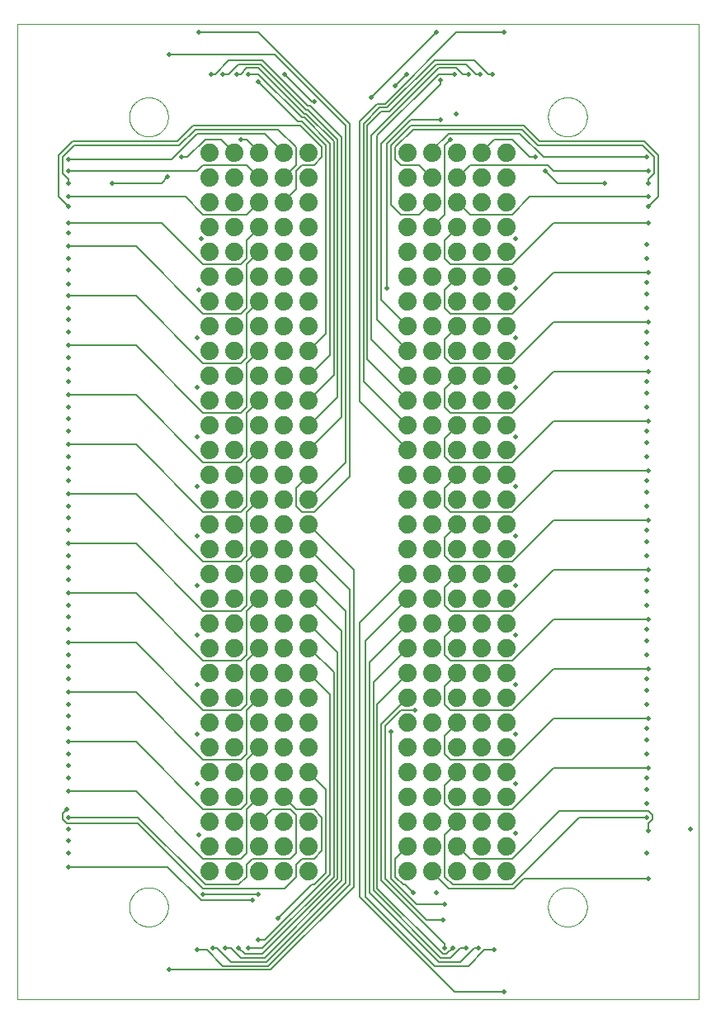
<source format=gtl>
G75*
%MOIN*%
%OFA0B0*%
%FSLAX25Y25*%
%IPPOS*%
%LPD*%
%AMOC8*
5,1,8,0,0,1.08239X$1,22.5*
%
%ADD10C,0.00000*%
%ADD11C,0.07400*%
%ADD12C,0.00800*%
%ADD13C,0.02000*%
D10*
X0001000Y0001850D02*
X0001000Y0395551D01*
X0276591Y0395551D01*
X0276591Y0001850D01*
X0001000Y0001850D01*
X0046276Y0039252D02*
X0046278Y0039445D01*
X0046285Y0039638D01*
X0046297Y0039831D01*
X0046314Y0040024D01*
X0046335Y0040216D01*
X0046361Y0040407D01*
X0046392Y0040598D01*
X0046427Y0040788D01*
X0046467Y0040977D01*
X0046512Y0041165D01*
X0046561Y0041352D01*
X0046615Y0041538D01*
X0046673Y0041722D01*
X0046736Y0041905D01*
X0046804Y0042086D01*
X0046875Y0042265D01*
X0046952Y0042443D01*
X0047032Y0042619D01*
X0047117Y0042792D01*
X0047206Y0042964D01*
X0047299Y0043133D01*
X0047396Y0043300D01*
X0047498Y0043465D01*
X0047603Y0043627D01*
X0047712Y0043786D01*
X0047826Y0043943D01*
X0047943Y0044096D01*
X0048063Y0044247D01*
X0048188Y0044395D01*
X0048316Y0044540D01*
X0048447Y0044681D01*
X0048582Y0044820D01*
X0048721Y0044955D01*
X0048862Y0045086D01*
X0049007Y0045214D01*
X0049155Y0045339D01*
X0049306Y0045459D01*
X0049459Y0045576D01*
X0049616Y0045690D01*
X0049775Y0045799D01*
X0049937Y0045904D01*
X0050102Y0046006D01*
X0050269Y0046103D01*
X0050438Y0046196D01*
X0050610Y0046285D01*
X0050783Y0046370D01*
X0050959Y0046450D01*
X0051137Y0046527D01*
X0051316Y0046598D01*
X0051497Y0046666D01*
X0051680Y0046729D01*
X0051864Y0046787D01*
X0052050Y0046841D01*
X0052237Y0046890D01*
X0052425Y0046935D01*
X0052614Y0046975D01*
X0052804Y0047010D01*
X0052995Y0047041D01*
X0053186Y0047067D01*
X0053378Y0047088D01*
X0053571Y0047105D01*
X0053764Y0047117D01*
X0053957Y0047124D01*
X0054150Y0047126D01*
X0054343Y0047124D01*
X0054536Y0047117D01*
X0054729Y0047105D01*
X0054922Y0047088D01*
X0055114Y0047067D01*
X0055305Y0047041D01*
X0055496Y0047010D01*
X0055686Y0046975D01*
X0055875Y0046935D01*
X0056063Y0046890D01*
X0056250Y0046841D01*
X0056436Y0046787D01*
X0056620Y0046729D01*
X0056803Y0046666D01*
X0056984Y0046598D01*
X0057163Y0046527D01*
X0057341Y0046450D01*
X0057517Y0046370D01*
X0057690Y0046285D01*
X0057862Y0046196D01*
X0058031Y0046103D01*
X0058198Y0046006D01*
X0058363Y0045904D01*
X0058525Y0045799D01*
X0058684Y0045690D01*
X0058841Y0045576D01*
X0058994Y0045459D01*
X0059145Y0045339D01*
X0059293Y0045214D01*
X0059438Y0045086D01*
X0059579Y0044955D01*
X0059718Y0044820D01*
X0059853Y0044681D01*
X0059984Y0044540D01*
X0060112Y0044395D01*
X0060237Y0044247D01*
X0060357Y0044096D01*
X0060474Y0043943D01*
X0060588Y0043786D01*
X0060697Y0043627D01*
X0060802Y0043465D01*
X0060904Y0043300D01*
X0061001Y0043133D01*
X0061094Y0042964D01*
X0061183Y0042792D01*
X0061268Y0042619D01*
X0061348Y0042443D01*
X0061425Y0042265D01*
X0061496Y0042086D01*
X0061564Y0041905D01*
X0061627Y0041722D01*
X0061685Y0041538D01*
X0061739Y0041352D01*
X0061788Y0041165D01*
X0061833Y0040977D01*
X0061873Y0040788D01*
X0061908Y0040598D01*
X0061939Y0040407D01*
X0061965Y0040216D01*
X0061986Y0040024D01*
X0062003Y0039831D01*
X0062015Y0039638D01*
X0062022Y0039445D01*
X0062024Y0039252D01*
X0062022Y0039059D01*
X0062015Y0038866D01*
X0062003Y0038673D01*
X0061986Y0038480D01*
X0061965Y0038288D01*
X0061939Y0038097D01*
X0061908Y0037906D01*
X0061873Y0037716D01*
X0061833Y0037527D01*
X0061788Y0037339D01*
X0061739Y0037152D01*
X0061685Y0036966D01*
X0061627Y0036782D01*
X0061564Y0036599D01*
X0061496Y0036418D01*
X0061425Y0036239D01*
X0061348Y0036061D01*
X0061268Y0035885D01*
X0061183Y0035712D01*
X0061094Y0035540D01*
X0061001Y0035371D01*
X0060904Y0035204D01*
X0060802Y0035039D01*
X0060697Y0034877D01*
X0060588Y0034718D01*
X0060474Y0034561D01*
X0060357Y0034408D01*
X0060237Y0034257D01*
X0060112Y0034109D01*
X0059984Y0033964D01*
X0059853Y0033823D01*
X0059718Y0033684D01*
X0059579Y0033549D01*
X0059438Y0033418D01*
X0059293Y0033290D01*
X0059145Y0033165D01*
X0058994Y0033045D01*
X0058841Y0032928D01*
X0058684Y0032814D01*
X0058525Y0032705D01*
X0058363Y0032600D01*
X0058198Y0032498D01*
X0058031Y0032401D01*
X0057862Y0032308D01*
X0057690Y0032219D01*
X0057517Y0032134D01*
X0057341Y0032054D01*
X0057163Y0031977D01*
X0056984Y0031906D01*
X0056803Y0031838D01*
X0056620Y0031775D01*
X0056436Y0031717D01*
X0056250Y0031663D01*
X0056063Y0031614D01*
X0055875Y0031569D01*
X0055686Y0031529D01*
X0055496Y0031494D01*
X0055305Y0031463D01*
X0055114Y0031437D01*
X0054922Y0031416D01*
X0054729Y0031399D01*
X0054536Y0031387D01*
X0054343Y0031380D01*
X0054150Y0031378D01*
X0053957Y0031380D01*
X0053764Y0031387D01*
X0053571Y0031399D01*
X0053378Y0031416D01*
X0053186Y0031437D01*
X0052995Y0031463D01*
X0052804Y0031494D01*
X0052614Y0031529D01*
X0052425Y0031569D01*
X0052237Y0031614D01*
X0052050Y0031663D01*
X0051864Y0031717D01*
X0051680Y0031775D01*
X0051497Y0031838D01*
X0051316Y0031906D01*
X0051137Y0031977D01*
X0050959Y0032054D01*
X0050783Y0032134D01*
X0050610Y0032219D01*
X0050438Y0032308D01*
X0050269Y0032401D01*
X0050102Y0032498D01*
X0049937Y0032600D01*
X0049775Y0032705D01*
X0049616Y0032814D01*
X0049459Y0032928D01*
X0049306Y0033045D01*
X0049155Y0033165D01*
X0049007Y0033290D01*
X0048862Y0033418D01*
X0048721Y0033549D01*
X0048582Y0033684D01*
X0048447Y0033823D01*
X0048316Y0033964D01*
X0048188Y0034109D01*
X0048063Y0034257D01*
X0047943Y0034408D01*
X0047826Y0034561D01*
X0047712Y0034718D01*
X0047603Y0034877D01*
X0047498Y0035039D01*
X0047396Y0035204D01*
X0047299Y0035371D01*
X0047206Y0035540D01*
X0047117Y0035712D01*
X0047032Y0035885D01*
X0046952Y0036061D01*
X0046875Y0036239D01*
X0046804Y0036418D01*
X0046736Y0036599D01*
X0046673Y0036782D01*
X0046615Y0036966D01*
X0046561Y0037152D01*
X0046512Y0037339D01*
X0046467Y0037527D01*
X0046427Y0037716D01*
X0046392Y0037906D01*
X0046361Y0038097D01*
X0046335Y0038288D01*
X0046314Y0038480D01*
X0046297Y0038673D01*
X0046285Y0038866D01*
X0046278Y0039059D01*
X0046276Y0039252D01*
X0215567Y0039252D02*
X0215569Y0039445D01*
X0215576Y0039638D01*
X0215588Y0039831D01*
X0215605Y0040024D01*
X0215626Y0040216D01*
X0215652Y0040407D01*
X0215683Y0040598D01*
X0215718Y0040788D01*
X0215758Y0040977D01*
X0215803Y0041165D01*
X0215852Y0041352D01*
X0215906Y0041538D01*
X0215964Y0041722D01*
X0216027Y0041905D01*
X0216095Y0042086D01*
X0216166Y0042265D01*
X0216243Y0042443D01*
X0216323Y0042619D01*
X0216408Y0042792D01*
X0216497Y0042964D01*
X0216590Y0043133D01*
X0216687Y0043300D01*
X0216789Y0043465D01*
X0216894Y0043627D01*
X0217003Y0043786D01*
X0217117Y0043943D01*
X0217234Y0044096D01*
X0217354Y0044247D01*
X0217479Y0044395D01*
X0217607Y0044540D01*
X0217738Y0044681D01*
X0217873Y0044820D01*
X0218012Y0044955D01*
X0218153Y0045086D01*
X0218298Y0045214D01*
X0218446Y0045339D01*
X0218597Y0045459D01*
X0218750Y0045576D01*
X0218907Y0045690D01*
X0219066Y0045799D01*
X0219228Y0045904D01*
X0219393Y0046006D01*
X0219560Y0046103D01*
X0219729Y0046196D01*
X0219901Y0046285D01*
X0220074Y0046370D01*
X0220250Y0046450D01*
X0220428Y0046527D01*
X0220607Y0046598D01*
X0220788Y0046666D01*
X0220971Y0046729D01*
X0221155Y0046787D01*
X0221341Y0046841D01*
X0221528Y0046890D01*
X0221716Y0046935D01*
X0221905Y0046975D01*
X0222095Y0047010D01*
X0222286Y0047041D01*
X0222477Y0047067D01*
X0222669Y0047088D01*
X0222862Y0047105D01*
X0223055Y0047117D01*
X0223248Y0047124D01*
X0223441Y0047126D01*
X0223634Y0047124D01*
X0223827Y0047117D01*
X0224020Y0047105D01*
X0224213Y0047088D01*
X0224405Y0047067D01*
X0224596Y0047041D01*
X0224787Y0047010D01*
X0224977Y0046975D01*
X0225166Y0046935D01*
X0225354Y0046890D01*
X0225541Y0046841D01*
X0225727Y0046787D01*
X0225911Y0046729D01*
X0226094Y0046666D01*
X0226275Y0046598D01*
X0226454Y0046527D01*
X0226632Y0046450D01*
X0226808Y0046370D01*
X0226981Y0046285D01*
X0227153Y0046196D01*
X0227322Y0046103D01*
X0227489Y0046006D01*
X0227654Y0045904D01*
X0227816Y0045799D01*
X0227975Y0045690D01*
X0228132Y0045576D01*
X0228285Y0045459D01*
X0228436Y0045339D01*
X0228584Y0045214D01*
X0228729Y0045086D01*
X0228870Y0044955D01*
X0229009Y0044820D01*
X0229144Y0044681D01*
X0229275Y0044540D01*
X0229403Y0044395D01*
X0229528Y0044247D01*
X0229648Y0044096D01*
X0229765Y0043943D01*
X0229879Y0043786D01*
X0229988Y0043627D01*
X0230093Y0043465D01*
X0230195Y0043300D01*
X0230292Y0043133D01*
X0230385Y0042964D01*
X0230474Y0042792D01*
X0230559Y0042619D01*
X0230639Y0042443D01*
X0230716Y0042265D01*
X0230787Y0042086D01*
X0230855Y0041905D01*
X0230918Y0041722D01*
X0230976Y0041538D01*
X0231030Y0041352D01*
X0231079Y0041165D01*
X0231124Y0040977D01*
X0231164Y0040788D01*
X0231199Y0040598D01*
X0231230Y0040407D01*
X0231256Y0040216D01*
X0231277Y0040024D01*
X0231294Y0039831D01*
X0231306Y0039638D01*
X0231313Y0039445D01*
X0231315Y0039252D01*
X0231313Y0039059D01*
X0231306Y0038866D01*
X0231294Y0038673D01*
X0231277Y0038480D01*
X0231256Y0038288D01*
X0231230Y0038097D01*
X0231199Y0037906D01*
X0231164Y0037716D01*
X0231124Y0037527D01*
X0231079Y0037339D01*
X0231030Y0037152D01*
X0230976Y0036966D01*
X0230918Y0036782D01*
X0230855Y0036599D01*
X0230787Y0036418D01*
X0230716Y0036239D01*
X0230639Y0036061D01*
X0230559Y0035885D01*
X0230474Y0035712D01*
X0230385Y0035540D01*
X0230292Y0035371D01*
X0230195Y0035204D01*
X0230093Y0035039D01*
X0229988Y0034877D01*
X0229879Y0034718D01*
X0229765Y0034561D01*
X0229648Y0034408D01*
X0229528Y0034257D01*
X0229403Y0034109D01*
X0229275Y0033964D01*
X0229144Y0033823D01*
X0229009Y0033684D01*
X0228870Y0033549D01*
X0228729Y0033418D01*
X0228584Y0033290D01*
X0228436Y0033165D01*
X0228285Y0033045D01*
X0228132Y0032928D01*
X0227975Y0032814D01*
X0227816Y0032705D01*
X0227654Y0032600D01*
X0227489Y0032498D01*
X0227322Y0032401D01*
X0227153Y0032308D01*
X0226981Y0032219D01*
X0226808Y0032134D01*
X0226632Y0032054D01*
X0226454Y0031977D01*
X0226275Y0031906D01*
X0226094Y0031838D01*
X0225911Y0031775D01*
X0225727Y0031717D01*
X0225541Y0031663D01*
X0225354Y0031614D01*
X0225166Y0031569D01*
X0224977Y0031529D01*
X0224787Y0031494D01*
X0224596Y0031463D01*
X0224405Y0031437D01*
X0224213Y0031416D01*
X0224020Y0031399D01*
X0223827Y0031387D01*
X0223634Y0031380D01*
X0223441Y0031378D01*
X0223248Y0031380D01*
X0223055Y0031387D01*
X0222862Y0031399D01*
X0222669Y0031416D01*
X0222477Y0031437D01*
X0222286Y0031463D01*
X0222095Y0031494D01*
X0221905Y0031529D01*
X0221716Y0031569D01*
X0221528Y0031614D01*
X0221341Y0031663D01*
X0221155Y0031717D01*
X0220971Y0031775D01*
X0220788Y0031838D01*
X0220607Y0031906D01*
X0220428Y0031977D01*
X0220250Y0032054D01*
X0220074Y0032134D01*
X0219901Y0032219D01*
X0219729Y0032308D01*
X0219560Y0032401D01*
X0219393Y0032498D01*
X0219228Y0032600D01*
X0219066Y0032705D01*
X0218907Y0032814D01*
X0218750Y0032928D01*
X0218597Y0033045D01*
X0218446Y0033165D01*
X0218298Y0033290D01*
X0218153Y0033418D01*
X0218012Y0033549D01*
X0217873Y0033684D01*
X0217738Y0033823D01*
X0217607Y0033964D01*
X0217479Y0034109D01*
X0217354Y0034257D01*
X0217234Y0034408D01*
X0217117Y0034561D01*
X0217003Y0034718D01*
X0216894Y0034877D01*
X0216789Y0035039D01*
X0216687Y0035204D01*
X0216590Y0035371D01*
X0216497Y0035540D01*
X0216408Y0035712D01*
X0216323Y0035885D01*
X0216243Y0036061D01*
X0216166Y0036239D01*
X0216095Y0036418D01*
X0216027Y0036599D01*
X0215964Y0036782D01*
X0215906Y0036966D01*
X0215852Y0037152D01*
X0215803Y0037339D01*
X0215758Y0037527D01*
X0215718Y0037716D01*
X0215683Y0037906D01*
X0215652Y0038097D01*
X0215626Y0038288D01*
X0215605Y0038480D01*
X0215588Y0038673D01*
X0215576Y0038866D01*
X0215569Y0039059D01*
X0215567Y0039252D01*
X0215567Y0358149D02*
X0215569Y0358342D01*
X0215576Y0358535D01*
X0215588Y0358728D01*
X0215605Y0358921D01*
X0215626Y0359113D01*
X0215652Y0359304D01*
X0215683Y0359495D01*
X0215718Y0359685D01*
X0215758Y0359874D01*
X0215803Y0360062D01*
X0215852Y0360249D01*
X0215906Y0360435D01*
X0215964Y0360619D01*
X0216027Y0360802D01*
X0216095Y0360983D01*
X0216166Y0361162D01*
X0216243Y0361340D01*
X0216323Y0361516D01*
X0216408Y0361689D01*
X0216497Y0361861D01*
X0216590Y0362030D01*
X0216687Y0362197D01*
X0216789Y0362362D01*
X0216894Y0362524D01*
X0217003Y0362683D01*
X0217117Y0362840D01*
X0217234Y0362993D01*
X0217354Y0363144D01*
X0217479Y0363292D01*
X0217607Y0363437D01*
X0217738Y0363578D01*
X0217873Y0363717D01*
X0218012Y0363852D01*
X0218153Y0363983D01*
X0218298Y0364111D01*
X0218446Y0364236D01*
X0218597Y0364356D01*
X0218750Y0364473D01*
X0218907Y0364587D01*
X0219066Y0364696D01*
X0219228Y0364801D01*
X0219393Y0364903D01*
X0219560Y0365000D01*
X0219729Y0365093D01*
X0219901Y0365182D01*
X0220074Y0365267D01*
X0220250Y0365347D01*
X0220428Y0365424D01*
X0220607Y0365495D01*
X0220788Y0365563D01*
X0220971Y0365626D01*
X0221155Y0365684D01*
X0221341Y0365738D01*
X0221528Y0365787D01*
X0221716Y0365832D01*
X0221905Y0365872D01*
X0222095Y0365907D01*
X0222286Y0365938D01*
X0222477Y0365964D01*
X0222669Y0365985D01*
X0222862Y0366002D01*
X0223055Y0366014D01*
X0223248Y0366021D01*
X0223441Y0366023D01*
X0223634Y0366021D01*
X0223827Y0366014D01*
X0224020Y0366002D01*
X0224213Y0365985D01*
X0224405Y0365964D01*
X0224596Y0365938D01*
X0224787Y0365907D01*
X0224977Y0365872D01*
X0225166Y0365832D01*
X0225354Y0365787D01*
X0225541Y0365738D01*
X0225727Y0365684D01*
X0225911Y0365626D01*
X0226094Y0365563D01*
X0226275Y0365495D01*
X0226454Y0365424D01*
X0226632Y0365347D01*
X0226808Y0365267D01*
X0226981Y0365182D01*
X0227153Y0365093D01*
X0227322Y0365000D01*
X0227489Y0364903D01*
X0227654Y0364801D01*
X0227816Y0364696D01*
X0227975Y0364587D01*
X0228132Y0364473D01*
X0228285Y0364356D01*
X0228436Y0364236D01*
X0228584Y0364111D01*
X0228729Y0363983D01*
X0228870Y0363852D01*
X0229009Y0363717D01*
X0229144Y0363578D01*
X0229275Y0363437D01*
X0229403Y0363292D01*
X0229528Y0363144D01*
X0229648Y0362993D01*
X0229765Y0362840D01*
X0229879Y0362683D01*
X0229988Y0362524D01*
X0230093Y0362362D01*
X0230195Y0362197D01*
X0230292Y0362030D01*
X0230385Y0361861D01*
X0230474Y0361689D01*
X0230559Y0361516D01*
X0230639Y0361340D01*
X0230716Y0361162D01*
X0230787Y0360983D01*
X0230855Y0360802D01*
X0230918Y0360619D01*
X0230976Y0360435D01*
X0231030Y0360249D01*
X0231079Y0360062D01*
X0231124Y0359874D01*
X0231164Y0359685D01*
X0231199Y0359495D01*
X0231230Y0359304D01*
X0231256Y0359113D01*
X0231277Y0358921D01*
X0231294Y0358728D01*
X0231306Y0358535D01*
X0231313Y0358342D01*
X0231315Y0358149D01*
X0231313Y0357956D01*
X0231306Y0357763D01*
X0231294Y0357570D01*
X0231277Y0357377D01*
X0231256Y0357185D01*
X0231230Y0356994D01*
X0231199Y0356803D01*
X0231164Y0356613D01*
X0231124Y0356424D01*
X0231079Y0356236D01*
X0231030Y0356049D01*
X0230976Y0355863D01*
X0230918Y0355679D01*
X0230855Y0355496D01*
X0230787Y0355315D01*
X0230716Y0355136D01*
X0230639Y0354958D01*
X0230559Y0354782D01*
X0230474Y0354609D01*
X0230385Y0354437D01*
X0230292Y0354268D01*
X0230195Y0354101D01*
X0230093Y0353936D01*
X0229988Y0353774D01*
X0229879Y0353615D01*
X0229765Y0353458D01*
X0229648Y0353305D01*
X0229528Y0353154D01*
X0229403Y0353006D01*
X0229275Y0352861D01*
X0229144Y0352720D01*
X0229009Y0352581D01*
X0228870Y0352446D01*
X0228729Y0352315D01*
X0228584Y0352187D01*
X0228436Y0352062D01*
X0228285Y0351942D01*
X0228132Y0351825D01*
X0227975Y0351711D01*
X0227816Y0351602D01*
X0227654Y0351497D01*
X0227489Y0351395D01*
X0227322Y0351298D01*
X0227153Y0351205D01*
X0226981Y0351116D01*
X0226808Y0351031D01*
X0226632Y0350951D01*
X0226454Y0350874D01*
X0226275Y0350803D01*
X0226094Y0350735D01*
X0225911Y0350672D01*
X0225727Y0350614D01*
X0225541Y0350560D01*
X0225354Y0350511D01*
X0225166Y0350466D01*
X0224977Y0350426D01*
X0224787Y0350391D01*
X0224596Y0350360D01*
X0224405Y0350334D01*
X0224213Y0350313D01*
X0224020Y0350296D01*
X0223827Y0350284D01*
X0223634Y0350277D01*
X0223441Y0350275D01*
X0223248Y0350277D01*
X0223055Y0350284D01*
X0222862Y0350296D01*
X0222669Y0350313D01*
X0222477Y0350334D01*
X0222286Y0350360D01*
X0222095Y0350391D01*
X0221905Y0350426D01*
X0221716Y0350466D01*
X0221528Y0350511D01*
X0221341Y0350560D01*
X0221155Y0350614D01*
X0220971Y0350672D01*
X0220788Y0350735D01*
X0220607Y0350803D01*
X0220428Y0350874D01*
X0220250Y0350951D01*
X0220074Y0351031D01*
X0219901Y0351116D01*
X0219729Y0351205D01*
X0219560Y0351298D01*
X0219393Y0351395D01*
X0219228Y0351497D01*
X0219066Y0351602D01*
X0218907Y0351711D01*
X0218750Y0351825D01*
X0218597Y0351942D01*
X0218446Y0352062D01*
X0218298Y0352187D01*
X0218153Y0352315D01*
X0218012Y0352446D01*
X0217873Y0352581D01*
X0217738Y0352720D01*
X0217607Y0352861D01*
X0217479Y0353006D01*
X0217354Y0353154D01*
X0217234Y0353305D01*
X0217117Y0353458D01*
X0217003Y0353615D01*
X0216894Y0353774D01*
X0216789Y0353936D01*
X0216687Y0354101D01*
X0216590Y0354268D01*
X0216497Y0354437D01*
X0216408Y0354609D01*
X0216323Y0354782D01*
X0216243Y0354958D01*
X0216166Y0355136D01*
X0216095Y0355315D01*
X0216027Y0355496D01*
X0215964Y0355679D01*
X0215906Y0355863D01*
X0215852Y0356049D01*
X0215803Y0356236D01*
X0215758Y0356424D01*
X0215718Y0356613D01*
X0215683Y0356803D01*
X0215652Y0356994D01*
X0215626Y0357185D01*
X0215605Y0357377D01*
X0215588Y0357570D01*
X0215576Y0357763D01*
X0215569Y0357956D01*
X0215567Y0358149D01*
X0046276Y0358149D02*
X0046278Y0358342D01*
X0046285Y0358535D01*
X0046297Y0358728D01*
X0046314Y0358921D01*
X0046335Y0359113D01*
X0046361Y0359304D01*
X0046392Y0359495D01*
X0046427Y0359685D01*
X0046467Y0359874D01*
X0046512Y0360062D01*
X0046561Y0360249D01*
X0046615Y0360435D01*
X0046673Y0360619D01*
X0046736Y0360802D01*
X0046804Y0360983D01*
X0046875Y0361162D01*
X0046952Y0361340D01*
X0047032Y0361516D01*
X0047117Y0361689D01*
X0047206Y0361861D01*
X0047299Y0362030D01*
X0047396Y0362197D01*
X0047498Y0362362D01*
X0047603Y0362524D01*
X0047712Y0362683D01*
X0047826Y0362840D01*
X0047943Y0362993D01*
X0048063Y0363144D01*
X0048188Y0363292D01*
X0048316Y0363437D01*
X0048447Y0363578D01*
X0048582Y0363717D01*
X0048721Y0363852D01*
X0048862Y0363983D01*
X0049007Y0364111D01*
X0049155Y0364236D01*
X0049306Y0364356D01*
X0049459Y0364473D01*
X0049616Y0364587D01*
X0049775Y0364696D01*
X0049937Y0364801D01*
X0050102Y0364903D01*
X0050269Y0365000D01*
X0050438Y0365093D01*
X0050610Y0365182D01*
X0050783Y0365267D01*
X0050959Y0365347D01*
X0051137Y0365424D01*
X0051316Y0365495D01*
X0051497Y0365563D01*
X0051680Y0365626D01*
X0051864Y0365684D01*
X0052050Y0365738D01*
X0052237Y0365787D01*
X0052425Y0365832D01*
X0052614Y0365872D01*
X0052804Y0365907D01*
X0052995Y0365938D01*
X0053186Y0365964D01*
X0053378Y0365985D01*
X0053571Y0366002D01*
X0053764Y0366014D01*
X0053957Y0366021D01*
X0054150Y0366023D01*
X0054343Y0366021D01*
X0054536Y0366014D01*
X0054729Y0366002D01*
X0054922Y0365985D01*
X0055114Y0365964D01*
X0055305Y0365938D01*
X0055496Y0365907D01*
X0055686Y0365872D01*
X0055875Y0365832D01*
X0056063Y0365787D01*
X0056250Y0365738D01*
X0056436Y0365684D01*
X0056620Y0365626D01*
X0056803Y0365563D01*
X0056984Y0365495D01*
X0057163Y0365424D01*
X0057341Y0365347D01*
X0057517Y0365267D01*
X0057690Y0365182D01*
X0057862Y0365093D01*
X0058031Y0365000D01*
X0058198Y0364903D01*
X0058363Y0364801D01*
X0058525Y0364696D01*
X0058684Y0364587D01*
X0058841Y0364473D01*
X0058994Y0364356D01*
X0059145Y0364236D01*
X0059293Y0364111D01*
X0059438Y0363983D01*
X0059579Y0363852D01*
X0059718Y0363717D01*
X0059853Y0363578D01*
X0059984Y0363437D01*
X0060112Y0363292D01*
X0060237Y0363144D01*
X0060357Y0362993D01*
X0060474Y0362840D01*
X0060588Y0362683D01*
X0060697Y0362524D01*
X0060802Y0362362D01*
X0060904Y0362197D01*
X0061001Y0362030D01*
X0061094Y0361861D01*
X0061183Y0361689D01*
X0061268Y0361516D01*
X0061348Y0361340D01*
X0061425Y0361162D01*
X0061496Y0360983D01*
X0061564Y0360802D01*
X0061627Y0360619D01*
X0061685Y0360435D01*
X0061739Y0360249D01*
X0061788Y0360062D01*
X0061833Y0359874D01*
X0061873Y0359685D01*
X0061908Y0359495D01*
X0061939Y0359304D01*
X0061965Y0359113D01*
X0061986Y0358921D01*
X0062003Y0358728D01*
X0062015Y0358535D01*
X0062022Y0358342D01*
X0062024Y0358149D01*
X0062022Y0357956D01*
X0062015Y0357763D01*
X0062003Y0357570D01*
X0061986Y0357377D01*
X0061965Y0357185D01*
X0061939Y0356994D01*
X0061908Y0356803D01*
X0061873Y0356613D01*
X0061833Y0356424D01*
X0061788Y0356236D01*
X0061739Y0356049D01*
X0061685Y0355863D01*
X0061627Y0355679D01*
X0061564Y0355496D01*
X0061496Y0355315D01*
X0061425Y0355136D01*
X0061348Y0354958D01*
X0061268Y0354782D01*
X0061183Y0354609D01*
X0061094Y0354437D01*
X0061001Y0354268D01*
X0060904Y0354101D01*
X0060802Y0353936D01*
X0060697Y0353774D01*
X0060588Y0353615D01*
X0060474Y0353458D01*
X0060357Y0353305D01*
X0060237Y0353154D01*
X0060112Y0353006D01*
X0059984Y0352861D01*
X0059853Y0352720D01*
X0059718Y0352581D01*
X0059579Y0352446D01*
X0059438Y0352315D01*
X0059293Y0352187D01*
X0059145Y0352062D01*
X0058994Y0351942D01*
X0058841Y0351825D01*
X0058684Y0351711D01*
X0058525Y0351602D01*
X0058363Y0351497D01*
X0058198Y0351395D01*
X0058031Y0351298D01*
X0057862Y0351205D01*
X0057690Y0351116D01*
X0057517Y0351031D01*
X0057341Y0350951D01*
X0057163Y0350874D01*
X0056984Y0350803D01*
X0056803Y0350735D01*
X0056620Y0350672D01*
X0056436Y0350614D01*
X0056250Y0350560D01*
X0056063Y0350511D01*
X0055875Y0350466D01*
X0055686Y0350426D01*
X0055496Y0350391D01*
X0055305Y0350360D01*
X0055114Y0350334D01*
X0054922Y0350313D01*
X0054729Y0350296D01*
X0054536Y0350284D01*
X0054343Y0350277D01*
X0054150Y0350275D01*
X0053957Y0350277D01*
X0053764Y0350284D01*
X0053571Y0350296D01*
X0053378Y0350313D01*
X0053186Y0350334D01*
X0052995Y0350360D01*
X0052804Y0350391D01*
X0052614Y0350426D01*
X0052425Y0350466D01*
X0052237Y0350511D01*
X0052050Y0350560D01*
X0051864Y0350614D01*
X0051680Y0350672D01*
X0051497Y0350735D01*
X0051316Y0350803D01*
X0051137Y0350874D01*
X0050959Y0350951D01*
X0050783Y0351031D01*
X0050610Y0351116D01*
X0050438Y0351205D01*
X0050269Y0351298D01*
X0050102Y0351395D01*
X0049937Y0351497D01*
X0049775Y0351602D01*
X0049616Y0351711D01*
X0049459Y0351825D01*
X0049306Y0351942D01*
X0049155Y0352062D01*
X0049007Y0352187D01*
X0048862Y0352315D01*
X0048721Y0352446D01*
X0048582Y0352581D01*
X0048447Y0352720D01*
X0048316Y0352861D01*
X0048188Y0353006D01*
X0048063Y0353154D01*
X0047943Y0353305D01*
X0047826Y0353458D01*
X0047712Y0353615D01*
X0047603Y0353774D01*
X0047498Y0353936D01*
X0047396Y0354101D01*
X0047299Y0354268D01*
X0047206Y0354437D01*
X0047117Y0354609D01*
X0047032Y0354782D01*
X0046952Y0354958D01*
X0046875Y0355136D01*
X0046804Y0355315D01*
X0046736Y0355496D01*
X0046673Y0355679D01*
X0046615Y0355863D01*
X0046561Y0356049D01*
X0046512Y0356236D01*
X0046467Y0356424D01*
X0046427Y0356613D01*
X0046392Y0356803D01*
X0046361Y0356994D01*
X0046335Y0357185D01*
X0046314Y0357377D01*
X0046297Y0357570D01*
X0046285Y0357763D01*
X0046278Y0357956D01*
X0046276Y0358149D01*
D11*
X0078795Y0343700D03*
X0078795Y0333700D03*
X0078795Y0323700D03*
X0078795Y0313700D03*
X0078795Y0303700D03*
X0078795Y0293700D03*
X0078795Y0283700D03*
X0078795Y0273700D03*
X0078795Y0263700D03*
X0078795Y0253700D03*
X0078795Y0243700D03*
X0078795Y0233700D03*
X0078795Y0223700D03*
X0078795Y0213700D03*
X0078795Y0203700D03*
X0078795Y0193700D03*
X0078795Y0183700D03*
X0078795Y0173700D03*
X0078795Y0163700D03*
X0078795Y0153700D03*
X0078795Y0143700D03*
X0078795Y0133700D03*
X0078795Y0123700D03*
X0078795Y0113700D03*
X0078795Y0103700D03*
X0078795Y0093700D03*
X0078795Y0083700D03*
X0078795Y0073700D03*
X0078795Y0063700D03*
X0078795Y0053700D03*
X0088795Y0053700D03*
X0088795Y0063700D03*
X0088795Y0073700D03*
X0088795Y0083700D03*
X0088795Y0093700D03*
X0088795Y0103700D03*
X0088795Y0113700D03*
X0088795Y0123700D03*
X0088795Y0133700D03*
X0088795Y0143700D03*
X0088795Y0153700D03*
X0088795Y0163700D03*
X0088795Y0173700D03*
X0088795Y0183700D03*
X0088795Y0193700D03*
X0088795Y0203700D03*
X0088795Y0213700D03*
X0088795Y0223700D03*
X0088795Y0233700D03*
X0088795Y0243700D03*
X0088795Y0253700D03*
X0088795Y0263700D03*
X0088795Y0273700D03*
X0088795Y0283700D03*
X0088795Y0293700D03*
X0088795Y0303700D03*
X0088795Y0313700D03*
X0088795Y0323700D03*
X0088795Y0333700D03*
X0088795Y0343700D03*
X0098795Y0343700D03*
X0098795Y0333700D03*
X0098795Y0323700D03*
X0098795Y0313700D03*
X0098795Y0303700D03*
X0098795Y0293700D03*
X0098795Y0283700D03*
X0098795Y0273700D03*
X0098795Y0263700D03*
X0098795Y0253700D03*
X0098795Y0243700D03*
X0098795Y0233700D03*
X0098795Y0223700D03*
X0098795Y0213700D03*
X0098795Y0203700D03*
X0098795Y0193700D03*
X0098795Y0183700D03*
X0098795Y0173700D03*
X0098795Y0163700D03*
X0098795Y0153700D03*
X0098795Y0143700D03*
X0098795Y0133700D03*
X0098795Y0123700D03*
X0098795Y0113700D03*
X0098795Y0103700D03*
X0098795Y0093700D03*
X0098795Y0083700D03*
X0098795Y0073700D03*
X0098795Y0063700D03*
X0098795Y0053700D03*
X0108795Y0053700D03*
X0118795Y0053700D03*
X0118795Y0063700D03*
X0118795Y0073700D03*
X0108795Y0073700D03*
X0108795Y0063700D03*
X0108795Y0083700D03*
X0108795Y0093700D03*
X0118795Y0093700D03*
X0118795Y0083700D03*
X0118795Y0103700D03*
X0118795Y0113700D03*
X0108795Y0113700D03*
X0108795Y0103700D03*
X0108795Y0123700D03*
X0108795Y0133700D03*
X0118795Y0133700D03*
X0118795Y0123700D03*
X0118795Y0143700D03*
X0118795Y0153700D03*
X0108795Y0153700D03*
X0108795Y0143700D03*
X0108795Y0163700D03*
X0108795Y0173700D03*
X0118795Y0173700D03*
X0118795Y0163700D03*
X0118795Y0183700D03*
X0118795Y0193700D03*
X0108795Y0193700D03*
X0108795Y0183700D03*
X0108795Y0203700D03*
X0108795Y0213700D03*
X0118795Y0213700D03*
X0118795Y0203700D03*
X0118795Y0223700D03*
X0118795Y0233700D03*
X0108795Y0233700D03*
X0108795Y0223700D03*
X0108795Y0243700D03*
X0108795Y0253700D03*
X0118795Y0253700D03*
X0118795Y0243700D03*
X0118795Y0263700D03*
X0118795Y0273700D03*
X0108795Y0273700D03*
X0108795Y0263700D03*
X0108795Y0283700D03*
X0108795Y0293700D03*
X0118795Y0293700D03*
X0118795Y0283700D03*
X0118795Y0303700D03*
X0118795Y0313700D03*
X0108795Y0313700D03*
X0108795Y0303700D03*
X0108795Y0323700D03*
X0108795Y0333700D03*
X0118795Y0333700D03*
X0118795Y0323700D03*
X0118795Y0343700D03*
X0108795Y0343700D03*
X0158795Y0343700D03*
X0158795Y0333700D03*
X0158795Y0323700D03*
X0158795Y0313700D03*
X0158795Y0303700D03*
X0158795Y0293700D03*
X0158795Y0283700D03*
X0158795Y0273700D03*
X0158795Y0263700D03*
X0158795Y0253700D03*
X0158795Y0243700D03*
X0158795Y0233700D03*
X0158795Y0223700D03*
X0158795Y0213700D03*
X0158795Y0203700D03*
X0158795Y0193700D03*
X0158795Y0183700D03*
X0158795Y0173700D03*
X0158795Y0163700D03*
X0158795Y0153700D03*
X0158795Y0143700D03*
X0158795Y0133700D03*
X0158795Y0123700D03*
X0158795Y0113700D03*
X0158795Y0103700D03*
X0158795Y0093700D03*
X0158795Y0083700D03*
X0158795Y0073700D03*
X0158795Y0063700D03*
X0158795Y0053700D03*
X0168795Y0053700D03*
X0168795Y0063700D03*
X0168795Y0073700D03*
X0168795Y0083700D03*
X0168795Y0093700D03*
X0168795Y0103700D03*
X0168795Y0113700D03*
X0168795Y0123700D03*
X0168795Y0133700D03*
X0168795Y0143700D03*
X0168795Y0153700D03*
X0168795Y0163700D03*
X0168795Y0173700D03*
X0168795Y0183700D03*
X0168795Y0193700D03*
X0168795Y0203700D03*
X0168795Y0213700D03*
X0168795Y0223700D03*
X0168795Y0233700D03*
X0168795Y0243700D03*
X0168795Y0253700D03*
X0168795Y0263700D03*
X0168795Y0273700D03*
X0168795Y0283700D03*
X0168795Y0293700D03*
X0168795Y0303700D03*
X0168795Y0313700D03*
X0168795Y0323700D03*
X0168795Y0333700D03*
X0168795Y0343700D03*
X0178795Y0343700D03*
X0178795Y0333700D03*
X0178795Y0323700D03*
X0178795Y0313700D03*
X0178795Y0303700D03*
X0178795Y0293700D03*
X0178795Y0283700D03*
X0178795Y0273700D03*
X0178795Y0263700D03*
X0178795Y0253700D03*
X0178795Y0243700D03*
X0178795Y0233700D03*
X0178795Y0223700D03*
X0178795Y0213700D03*
X0178795Y0203700D03*
X0178795Y0193700D03*
X0178795Y0183700D03*
X0178795Y0173700D03*
X0178795Y0163700D03*
X0178795Y0153700D03*
X0178795Y0143700D03*
X0178795Y0133700D03*
X0178795Y0123700D03*
X0178795Y0113700D03*
X0178795Y0103700D03*
X0178795Y0093700D03*
X0178795Y0083700D03*
X0178795Y0073700D03*
X0178795Y0063700D03*
X0178795Y0053700D03*
X0188795Y0053700D03*
X0188795Y0063700D03*
X0188795Y0073700D03*
X0188795Y0083700D03*
X0188795Y0093700D03*
X0188795Y0103700D03*
X0188795Y0113700D03*
X0188795Y0123700D03*
X0188795Y0133700D03*
X0188795Y0143700D03*
X0188795Y0153700D03*
X0188795Y0163700D03*
X0188795Y0173700D03*
X0188795Y0183700D03*
X0188795Y0193700D03*
X0188795Y0203700D03*
X0188795Y0213700D03*
X0188795Y0223700D03*
X0188795Y0233700D03*
X0188795Y0243700D03*
X0188795Y0253700D03*
X0188795Y0263700D03*
X0188795Y0273700D03*
X0188795Y0283700D03*
X0188795Y0293700D03*
X0188795Y0303700D03*
X0188795Y0313700D03*
X0188795Y0323700D03*
X0188795Y0333700D03*
X0188795Y0343700D03*
X0198795Y0343700D03*
X0198795Y0333700D03*
X0198795Y0323700D03*
X0198795Y0313700D03*
X0198795Y0303700D03*
X0198795Y0293700D03*
X0198795Y0283700D03*
X0198795Y0273700D03*
X0198795Y0263700D03*
X0198795Y0253700D03*
X0198795Y0243700D03*
X0198795Y0233700D03*
X0198795Y0223700D03*
X0198795Y0213700D03*
X0198795Y0203700D03*
X0198795Y0193700D03*
X0198795Y0183700D03*
X0198795Y0173700D03*
X0198795Y0163700D03*
X0198795Y0153700D03*
X0198795Y0143700D03*
X0198795Y0133700D03*
X0198795Y0123700D03*
X0198795Y0113700D03*
X0198795Y0103700D03*
X0198795Y0093700D03*
X0198795Y0083700D03*
X0198795Y0073700D03*
X0198795Y0063700D03*
X0198795Y0053700D03*
D12*
X0201000Y0058650D02*
X0184200Y0058650D01*
X0179400Y0063450D01*
X0178795Y0063700D01*
X0173800Y0068250D02*
X0178600Y0073050D01*
X0178795Y0073700D01*
X0176200Y0078650D02*
X0173800Y0081050D01*
X0173800Y0088250D01*
X0178600Y0093050D01*
X0178795Y0093700D01*
X0176200Y0098650D02*
X0173800Y0101050D01*
X0173800Y0108250D01*
X0178600Y0113050D01*
X0178795Y0113700D01*
X0176200Y0118650D02*
X0173800Y0121050D01*
X0173800Y0128250D01*
X0178600Y0133050D01*
X0178795Y0133700D01*
X0176200Y0138650D02*
X0173800Y0141050D01*
X0173800Y0148250D01*
X0178600Y0153050D01*
X0178795Y0153700D01*
X0176200Y0158650D02*
X0173800Y0161050D01*
X0173800Y0168250D01*
X0178600Y0173050D01*
X0178795Y0173700D01*
X0176200Y0178650D02*
X0173800Y0181050D01*
X0173800Y0188250D01*
X0178600Y0193050D01*
X0178795Y0193700D01*
X0176200Y0198650D02*
X0173800Y0201050D01*
X0173800Y0208250D01*
X0178600Y0213050D01*
X0178795Y0213700D01*
X0176200Y0218650D02*
X0173800Y0221050D01*
X0173800Y0228250D01*
X0178600Y0233050D01*
X0178795Y0233700D01*
X0176200Y0238650D02*
X0173800Y0241050D01*
X0173800Y0248250D01*
X0178600Y0253050D01*
X0178795Y0253700D01*
X0176200Y0258650D02*
X0173800Y0261050D01*
X0173800Y0268250D01*
X0178600Y0273050D01*
X0178795Y0273700D01*
X0176200Y0278650D02*
X0173800Y0281050D01*
X0173800Y0288250D01*
X0178600Y0293050D01*
X0178795Y0293700D01*
X0176200Y0298650D02*
X0173800Y0301050D01*
X0173800Y0308250D01*
X0178600Y0313050D01*
X0178795Y0313700D01*
X0173800Y0318650D02*
X0169000Y0313850D01*
X0168795Y0313700D01*
X0173800Y0318650D02*
X0173800Y0346650D01*
X0176200Y0349050D01*
X0175400Y0351450D02*
X0168200Y0344250D01*
X0168795Y0343700D01*
X0163400Y0338650D02*
X0168200Y0333850D01*
X0168795Y0333700D01*
X0163400Y0338650D02*
X0156200Y0338650D01*
X0153800Y0341050D01*
X0153800Y0345850D01*
X0161000Y0353050D01*
X0205000Y0353050D01*
X0211400Y0346650D01*
X0253800Y0346650D01*
X0258600Y0341850D01*
X0258600Y0335450D01*
X0256200Y0333050D01*
X0256200Y0331450D01*
X0256200Y0336250D02*
X0217800Y0336250D01*
X0215400Y0338650D01*
X0184200Y0338650D01*
X0179400Y0333850D01*
X0178795Y0333700D01*
X0178795Y0323700D02*
X0179400Y0323450D01*
X0184200Y0318650D01*
X0201000Y0318650D01*
X0208200Y0325850D01*
X0256200Y0325850D01*
X0260200Y0325850D02*
X0256200Y0321850D01*
X0260200Y0325850D02*
X0260200Y0342650D01*
X0254600Y0348250D01*
X0212200Y0348250D01*
X0205800Y0354650D01*
X0160200Y0354650D01*
X0152200Y0346650D01*
X0152200Y0322650D01*
X0156200Y0318650D01*
X0163400Y0318650D01*
X0168200Y0323450D01*
X0168795Y0323700D01*
X0176200Y0298650D02*
X0201000Y0298650D01*
X0217800Y0315450D01*
X0256200Y0315450D01*
X0256200Y0295450D02*
X0217800Y0295450D01*
X0201000Y0278650D01*
X0176200Y0278650D01*
X0176200Y0258650D02*
X0201000Y0258650D01*
X0217800Y0275450D01*
X0256200Y0275450D01*
X0256200Y0255450D02*
X0217800Y0255450D01*
X0201000Y0238650D01*
X0176200Y0238650D01*
X0176200Y0218650D02*
X0201000Y0218650D01*
X0217800Y0235450D01*
X0256200Y0235450D01*
X0256200Y0215450D02*
X0217800Y0215450D01*
X0201000Y0198650D01*
X0176200Y0198650D01*
X0176200Y0178650D02*
X0201000Y0178650D01*
X0217800Y0195450D01*
X0256200Y0195450D01*
X0256200Y0175450D02*
X0217800Y0175450D01*
X0201000Y0158650D01*
X0176200Y0158650D01*
X0176200Y0138650D02*
X0201000Y0138650D01*
X0217800Y0155450D01*
X0256200Y0155450D01*
X0256200Y0135450D02*
X0217800Y0135450D01*
X0201000Y0118650D01*
X0176200Y0118650D01*
X0161800Y0118650D02*
X0156200Y0118650D01*
X0149800Y0112250D01*
X0149800Y0050650D01*
X0166600Y0033850D01*
X0173000Y0033850D01*
X0173800Y0040250D02*
X0162600Y0040250D01*
X0152200Y0050650D01*
X0152200Y0109850D01*
X0148200Y0113050D02*
X0158600Y0123450D01*
X0158795Y0123700D01*
X0158600Y0133050D02*
X0158795Y0133700D01*
X0158600Y0133050D02*
X0146600Y0121050D01*
X0146600Y0046650D01*
X0173000Y0020250D01*
X0174600Y0020250D01*
X0177000Y0022650D01*
X0173800Y0022650D02*
X0173800Y0024250D01*
X0148200Y0049850D01*
X0148200Y0113050D01*
X0145000Y0129850D02*
X0158600Y0143450D01*
X0158795Y0143700D01*
X0158600Y0153050D02*
X0158795Y0153700D01*
X0158600Y0153050D02*
X0143400Y0137850D01*
X0143400Y0045050D01*
X0171400Y0017050D01*
X0180200Y0017050D01*
X0185800Y0022650D01*
X0187400Y0022650D01*
X0189800Y0021850D02*
X0183400Y0015450D01*
X0169800Y0015450D01*
X0141800Y0043450D01*
X0141800Y0146650D01*
X0158600Y0163450D01*
X0158795Y0163700D01*
X0158600Y0173050D02*
X0158795Y0173700D01*
X0158600Y0173050D02*
X0139400Y0153850D01*
X0139400Y0043450D01*
X0177800Y0005050D01*
X0197800Y0005050D01*
X0193800Y0021850D02*
X0189800Y0021850D01*
X0182600Y0022650D02*
X0180200Y0022650D01*
X0176200Y0018650D01*
X0172200Y0018650D01*
X0145000Y0045850D01*
X0145000Y0129850D01*
X0132200Y0150650D02*
X0119400Y0163450D01*
X0118795Y0163700D01*
X0119400Y0173050D02*
X0118795Y0173700D01*
X0119400Y0173050D02*
X0133800Y0158650D01*
X0133800Y0049050D01*
X0101800Y0017050D01*
X0087400Y0017050D01*
X0081800Y0022650D01*
X0080200Y0022650D01*
X0077800Y0021850D02*
X0084200Y0015450D01*
X0102600Y0015450D01*
X0135400Y0048250D01*
X0135400Y0167450D01*
X0119400Y0183450D01*
X0118795Y0183700D01*
X0119400Y0193050D02*
X0118795Y0193700D01*
X0119400Y0193050D02*
X0137000Y0175450D01*
X0137000Y0047450D01*
X0103400Y0013850D01*
X0062600Y0013850D01*
X0073800Y0021850D02*
X0077800Y0021850D01*
X0085000Y0022650D02*
X0087400Y0022650D01*
X0091400Y0018650D01*
X0101000Y0018650D01*
X0132200Y0049850D01*
X0132200Y0150650D01*
X0130600Y0141850D02*
X0119400Y0153050D01*
X0118795Y0153700D01*
X0118795Y0143700D02*
X0119400Y0143450D01*
X0129000Y0133850D01*
X0129000Y0051450D01*
X0100200Y0022650D01*
X0094600Y0022650D01*
X0093000Y0020250D02*
X0100200Y0020250D01*
X0130600Y0050650D01*
X0130600Y0141850D01*
X0119400Y0133050D02*
X0127400Y0125050D01*
X0127400Y0052250D01*
X0101000Y0025850D01*
X0098600Y0025850D01*
X0093000Y0020250D02*
X0090600Y0022650D01*
X0096200Y0041850D02*
X0075400Y0041850D01*
X0061800Y0055450D01*
X0021800Y0055450D01*
X0021000Y0073050D02*
X0019400Y0074650D01*
X0019400Y0077050D01*
X0021000Y0078650D01*
X0021800Y0075450D02*
X0049800Y0075450D01*
X0077000Y0048250D01*
X0090600Y0048250D01*
X0093800Y0051450D01*
X0093800Y0056250D01*
X0096200Y0058650D01*
X0111400Y0058650D01*
X0113800Y0061050D01*
X0113800Y0076250D01*
X0111400Y0078650D01*
X0104200Y0078650D01*
X0099400Y0073850D01*
X0098795Y0073700D01*
X0093800Y0078650D02*
X0098600Y0083450D01*
X0098795Y0083700D01*
X0093800Y0081050D02*
X0093800Y0098650D01*
X0098600Y0103450D01*
X0098795Y0103700D01*
X0093800Y0101050D02*
X0093800Y0118650D01*
X0098600Y0123450D01*
X0098795Y0123700D01*
X0093800Y0121050D02*
X0093800Y0138650D01*
X0098600Y0143450D01*
X0098795Y0143700D01*
X0093800Y0141050D02*
X0093800Y0158650D01*
X0098600Y0163450D01*
X0098795Y0163700D01*
X0093800Y0161050D02*
X0093800Y0178650D01*
X0098600Y0183450D01*
X0098795Y0183700D01*
X0093800Y0181050D02*
X0093800Y0198650D01*
X0098600Y0203450D01*
X0098795Y0203700D01*
X0093800Y0201050D02*
X0093800Y0218650D01*
X0098600Y0223450D01*
X0098795Y0223700D01*
X0093800Y0221050D02*
X0093800Y0238650D01*
X0098600Y0243450D01*
X0098795Y0243700D01*
X0093800Y0241050D02*
X0093800Y0258650D01*
X0098600Y0263450D01*
X0098795Y0263700D01*
X0093800Y0261050D02*
X0093800Y0278650D01*
X0098600Y0283450D01*
X0098795Y0283700D01*
X0093800Y0281050D02*
X0093800Y0298650D01*
X0098600Y0303450D01*
X0098795Y0303700D01*
X0093800Y0301050D02*
X0093800Y0308250D01*
X0098600Y0313050D01*
X0098795Y0313700D01*
X0093800Y0318650D02*
X0098600Y0323450D01*
X0098795Y0323700D01*
X0093800Y0318650D02*
X0076200Y0318650D01*
X0069000Y0325850D01*
X0021800Y0325850D01*
X0017800Y0325850D02*
X0021800Y0321850D01*
X0017800Y0325850D02*
X0017800Y0342650D01*
X0023400Y0348250D01*
X0065800Y0348250D01*
X0072200Y0354650D01*
X0115400Y0354650D01*
X0124200Y0345850D01*
X0124200Y0341850D01*
X0121000Y0338650D01*
X0116200Y0338650D01*
X0113800Y0336250D01*
X0113800Y0329050D01*
X0109000Y0324250D01*
X0108795Y0323700D01*
X0108795Y0333700D02*
X0109000Y0333850D01*
X0113800Y0338650D01*
X0113800Y0345850D01*
X0106600Y0353050D01*
X0073000Y0353050D01*
X0066600Y0346650D01*
X0024200Y0346650D01*
X0019400Y0341850D01*
X0019400Y0335450D01*
X0021800Y0333050D01*
X0021800Y0331450D01*
X0021800Y0336250D02*
X0073800Y0336250D01*
X0076200Y0338650D01*
X0093800Y0338650D01*
X0098600Y0333850D01*
X0098795Y0333700D01*
X0098795Y0343700D02*
X0098600Y0344250D01*
X0093800Y0349050D01*
X0091400Y0349050D01*
X0088200Y0344250D02*
X0088795Y0343700D01*
X0088200Y0344250D02*
X0083400Y0349050D01*
X0077000Y0349050D01*
X0069800Y0341850D01*
X0067400Y0341850D01*
X0063400Y0341050D02*
X0073800Y0351450D01*
X0101000Y0351450D01*
X0108200Y0344250D01*
X0108795Y0343700D01*
X0114600Y0356250D02*
X0116200Y0356250D01*
X0125800Y0346650D01*
X0125800Y0270650D01*
X0119400Y0264250D01*
X0118795Y0263700D01*
X0127400Y0261850D02*
X0119400Y0253850D01*
X0118795Y0253700D01*
X0119400Y0244250D02*
X0118795Y0243700D01*
X0119400Y0244250D02*
X0129000Y0253850D01*
X0129000Y0348250D01*
X0117800Y0359450D01*
X0117000Y0359450D01*
X0098600Y0377850D01*
X0093800Y0377850D01*
X0091400Y0375450D01*
X0089800Y0375450D01*
X0086600Y0375450D02*
X0090600Y0379450D01*
X0099400Y0379450D01*
X0117800Y0361050D01*
X0118600Y0361050D01*
X0130600Y0349050D01*
X0130600Y0245050D01*
X0119400Y0233850D01*
X0118795Y0233700D01*
X0119400Y0224250D02*
X0118795Y0223700D01*
X0119400Y0224250D02*
X0132200Y0237050D01*
X0132200Y0349850D01*
X0119400Y0362650D01*
X0118600Y0362650D01*
X0100200Y0381050D01*
X0086600Y0381050D01*
X0081000Y0375450D01*
X0079400Y0375450D01*
X0084200Y0375450D02*
X0086600Y0375450D01*
X0094600Y0375450D02*
X0098600Y0375450D01*
X0116200Y0357850D01*
X0117000Y0357850D01*
X0127400Y0347450D01*
X0127400Y0261850D01*
X0141000Y0251450D02*
X0158600Y0233850D01*
X0158795Y0233700D01*
X0158600Y0224250D02*
X0158795Y0223700D01*
X0158600Y0224250D02*
X0139400Y0243450D01*
X0139400Y0356250D01*
X0146600Y0363450D01*
X0149800Y0363450D01*
X0178600Y0392250D01*
X0197800Y0392250D01*
X0185800Y0381050D02*
X0191400Y0375450D01*
X0193000Y0375450D01*
X0188200Y0375450D02*
X0186600Y0375450D01*
X0182600Y0379450D01*
X0170600Y0379450D01*
X0151400Y0360250D01*
X0148200Y0360250D01*
X0142600Y0354650D01*
X0142600Y0260250D01*
X0158600Y0244250D01*
X0158795Y0243700D01*
X0158795Y0253700D02*
X0158600Y0253850D01*
X0144200Y0268250D01*
X0144200Y0350650D01*
X0171400Y0377850D01*
X0178600Y0377850D01*
X0181000Y0375450D01*
X0183400Y0375450D01*
X0185800Y0381050D02*
X0169800Y0381050D01*
X0150600Y0361850D01*
X0147400Y0361850D01*
X0141000Y0355450D01*
X0141000Y0251450D01*
X0158600Y0264250D02*
X0146600Y0276250D01*
X0146600Y0350650D01*
X0171400Y0375450D01*
X0177800Y0375450D01*
X0172200Y0373050D02*
X0172200Y0371450D01*
X0148200Y0347450D01*
X0148200Y0284250D01*
X0158600Y0273850D01*
X0158795Y0273700D01*
X0158600Y0264250D02*
X0158795Y0263700D01*
X0150600Y0289050D02*
X0150600Y0347450D01*
X0160200Y0357050D01*
X0172200Y0357050D01*
X0175400Y0351450D02*
X0204200Y0351450D01*
X0213800Y0341850D01*
X0255400Y0341850D01*
X0238600Y0331450D02*
X0219400Y0331450D01*
X0214600Y0336250D01*
X0210600Y0341850D02*
X0208200Y0341850D01*
X0201000Y0349050D01*
X0193800Y0349050D01*
X0189000Y0344250D01*
X0188795Y0343700D01*
X0158600Y0375450D02*
X0153800Y0370650D01*
X0144200Y0365850D02*
X0170600Y0392250D01*
X0135400Y0355450D02*
X0135400Y0213050D01*
X0121000Y0198650D01*
X0116200Y0198650D01*
X0113800Y0201050D01*
X0113800Y0208250D01*
X0118600Y0213050D01*
X0118795Y0213700D01*
X0119400Y0204250D02*
X0118795Y0203700D01*
X0119400Y0204250D02*
X0133800Y0218650D01*
X0133800Y0354650D01*
X0105000Y0383450D01*
X0062600Y0383450D01*
X0074600Y0392250D02*
X0098600Y0392250D01*
X0135400Y0355450D01*
X0121000Y0364250D02*
X0120200Y0364250D01*
X0109000Y0375450D01*
X0098600Y0372250D02*
X0114600Y0356250D01*
X0093800Y0301050D02*
X0091400Y0298650D01*
X0076200Y0298650D01*
X0059400Y0315450D01*
X0021800Y0315450D01*
X0021800Y0305850D02*
X0049000Y0305850D01*
X0076200Y0278650D01*
X0091400Y0278650D01*
X0093800Y0281050D01*
X0093800Y0261050D02*
X0091400Y0258650D01*
X0076200Y0258650D01*
X0049000Y0285850D01*
X0021800Y0285850D01*
X0021800Y0265850D02*
X0049000Y0265850D01*
X0076200Y0238650D01*
X0091400Y0238650D01*
X0093800Y0241050D01*
X0093800Y0221050D02*
X0091400Y0218650D01*
X0076200Y0218650D01*
X0049000Y0245850D01*
X0021800Y0245850D01*
X0021800Y0225850D02*
X0049000Y0225850D01*
X0076200Y0198650D01*
X0091400Y0198650D01*
X0093800Y0201050D01*
X0093800Y0181050D02*
X0091400Y0178650D01*
X0076200Y0178650D01*
X0049000Y0205850D01*
X0021800Y0205850D01*
X0021800Y0185850D02*
X0049000Y0185850D01*
X0076200Y0158650D01*
X0091400Y0158650D01*
X0093800Y0161050D01*
X0093800Y0141050D02*
X0091400Y0138650D01*
X0076200Y0138650D01*
X0049000Y0165850D01*
X0021800Y0165850D01*
X0021800Y0145850D02*
X0049000Y0145850D01*
X0076200Y0118650D01*
X0091400Y0118650D01*
X0093800Y0121050D01*
X0093800Y0101050D02*
X0091400Y0098650D01*
X0076200Y0098650D01*
X0049000Y0125850D01*
X0021800Y0125850D01*
X0021800Y0105850D02*
X0049000Y0105850D01*
X0076200Y0078650D01*
X0091400Y0078650D01*
X0093800Y0081050D01*
X0093800Y0078650D02*
X0093800Y0061050D01*
X0091400Y0058650D01*
X0076200Y0058650D01*
X0049000Y0085850D01*
X0021800Y0085850D01*
X0021000Y0073050D02*
X0049800Y0073050D01*
X0076200Y0046650D01*
X0109000Y0046650D01*
X0113800Y0051450D01*
X0113800Y0056250D01*
X0116200Y0058650D01*
X0121000Y0058650D01*
X0124200Y0061850D01*
X0124200Y0075450D01*
X0121000Y0078650D01*
X0113800Y0078650D01*
X0109000Y0083450D01*
X0108795Y0083700D01*
X0119400Y0093050D02*
X0118795Y0093700D01*
X0119400Y0093050D02*
X0125800Y0086650D01*
X0125800Y0053050D01*
X0121000Y0048250D01*
X0120200Y0048250D01*
X0106600Y0034650D01*
X0098600Y0044250D02*
X0076200Y0044250D01*
X0119400Y0133050D02*
X0118795Y0133700D01*
X0158795Y0063700D02*
X0158600Y0063450D01*
X0153800Y0058650D01*
X0153800Y0051450D01*
X0157000Y0048250D01*
X0157800Y0048250D01*
X0161000Y0045050D01*
X0169000Y0053050D02*
X0168795Y0053700D01*
X0169000Y0053050D02*
X0175400Y0046650D01*
X0201800Y0046650D01*
X0205800Y0050650D01*
X0256200Y0050650D01*
X0256200Y0069850D02*
X0256200Y0073050D01*
X0257800Y0074650D01*
X0257800Y0076250D01*
X0256200Y0077850D01*
X0220200Y0077850D01*
X0201000Y0058650D01*
X0201000Y0048250D02*
X0177000Y0048250D01*
X0173800Y0051450D01*
X0173800Y0068250D01*
X0176200Y0078650D02*
X0201000Y0078650D01*
X0217800Y0095450D01*
X0256200Y0095450D01*
X0256200Y0115450D02*
X0217800Y0115450D01*
X0201000Y0098650D01*
X0176200Y0098650D01*
X0201000Y0048250D02*
X0228200Y0075450D01*
X0255400Y0075450D01*
X0059400Y0331450D02*
X0061800Y0333850D01*
X0059400Y0331450D02*
X0039400Y0331450D01*
X0021800Y0341050D02*
X0063400Y0341050D01*
D13*
X0061800Y0333850D03*
X0067400Y0341850D03*
X0091400Y0349050D03*
X0098600Y0372250D03*
X0094600Y0375450D03*
X0089800Y0375450D03*
X0084200Y0375450D03*
X0079400Y0375450D03*
X0074600Y0392250D03*
X0062600Y0383450D03*
X0039400Y0331450D03*
X0021800Y0331450D03*
X0021800Y0336250D03*
X0021800Y0341050D03*
X0021800Y0325850D03*
X0021800Y0321850D03*
X0021800Y0315450D03*
X0021800Y0311450D03*
X0021800Y0305850D03*
X0021800Y0301050D03*
X0021800Y0296250D03*
X0021800Y0290650D03*
X0021800Y0285850D03*
X0021800Y0281050D03*
X0021800Y0276250D03*
X0021800Y0271450D03*
X0021800Y0265850D03*
X0021800Y0261050D03*
X0021800Y0256250D03*
X0021800Y0251450D03*
X0021800Y0245850D03*
X0021800Y0241050D03*
X0021800Y0236250D03*
X0021800Y0231450D03*
X0021800Y0225850D03*
X0021800Y0221050D03*
X0021800Y0216250D03*
X0021800Y0211450D03*
X0021800Y0205850D03*
X0021800Y0201050D03*
X0021800Y0196250D03*
X0021800Y0191450D03*
X0021800Y0185850D03*
X0021800Y0181050D03*
X0021800Y0176250D03*
X0021800Y0171450D03*
X0021800Y0165850D03*
X0021800Y0161050D03*
X0021800Y0156250D03*
X0021800Y0151450D03*
X0021800Y0145850D03*
X0021800Y0141050D03*
X0021800Y0136250D03*
X0021800Y0131450D03*
X0021800Y0125850D03*
X0021800Y0121050D03*
X0021800Y0116250D03*
X0021800Y0111450D03*
X0021800Y0105850D03*
X0021800Y0101050D03*
X0021800Y0096250D03*
X0021800Y0091450D03*
X0021800Y0085850D03*
X0021000Y0078650D03*
X0021800Y0075450D03*
X0021800Y0070650D03*
X0021800Y0065850D03*
X0021800Y0061050D03*
X0021800Y0055450D03*
X0062600Y0013850D03*
X0073800Y0021850D03*
X0080200Y0022650D03*
X0085000Y0022650D03*
X0090600Y0022650D03*
X0094600Y0022650D03*
X0098600Y0025850D03*
X0106600Y0034650D03*
X0098600Y0044250D03*
X0096200Y0041850D03*
X0076200Y0044250D03*
X0074600Y0068250D03*
X0073800Y0089050D03*
X0073800Y0109050D03*
X0073800Y0129050D03*
X0073800Y0149050D03*
X0073800Y0169050D03*
X0073800Y0189050D03*
X0073800Y0209050D03*
X0073800Y0229050D03*
X0073800Y0249050D03*
X0073800Y0269050D03*
X0074600Y0288250D03*
X0075400Y0309050D03*
X0121000Y0364250D03*
X0109000Y0375450D03*
X0144200Y0365850D03*
X0153800Y0370650D03*
X0158600Y0375450D03*
X0172200Y0373050D03*
X0177800Y0375450D03*
X0183400Y0375450D03*
X0188200Y0375450D03*
X0193000Y0375450D03*
X0197800Y0392250D03*
X0178600Y0359450D03*
X0172200Y0357050D03*
X0176200Y0349050D03*
X0202600Y0309050D03*
X0202600Y0289050D03*
X0202600Y0269050D03*
X0202600Y0249050D03*
X0202600Y0229050D03*
X0202600Y0209050D03*
X0202600Y0189050D03*
X0202600Y0169050D03*
X0202600Y0149050D03*
X0202600Y0129050D03*
X0202600Y0109050D03*
X0202600Y0089050D03*
X0202600Y0069050D03*
X0173800Y0040250D03*
X0170600Y0045050D03*
X0173000Y0033850D03*
X0173800Y0022650D03*
X0177000Y0022650D03*
X0182600Y0022650D03*
X0187400Y0022650D03*
X0193800Y0021850D03*
X0197800Y0005050D03*
X0161000Y0045050D03*
X0152200Y0109850D03*
X0161800Y0118650D03*
X0255400Y0121050D03*
X0255400Y0126650D03*
X0255400Y0131450D03*
X0256200Y0135450D03*
X0255400Y0141050D03*
X0255400Y0146650D03*
X0255400Y0151450D03*
X0256200Y0155450D03*
X0255400Y0161050D03*
X0255400Y0166650D03*
X0255400Y0171450D03*
X0256200Y0175450D03*
X0255400Y0181050D03*
X0255400Y0186650D03*
X0255400Y0191450D03*
X0256200Y0195450D03*
X0255400Y0201050D03*
X0255400Y0206650D03*
X0255400Y0211450D03*
X0256200Y0215450D03*
X0255400Y0221050D03*
X0255400Y0226650D03*
X0255400Y0231450D03*
X0256200Y0235450D03*
X0255400Y0241050D03*
X0255400Y0246650D03*
X0255400Y0251450D03*
X0256200Y0255450D03*
X0255400Y0261050D03*
X0255400Y0266650D03*
X0255400Y0271450D03*
X0256200Y0275450D03*
X0255400Y0281050D03*
X0255400Y0286650D03*
X0255400Y0291450D03*
X0256200Y0295450D03*
X0255400Y0301050D03*
X0255400Y0306650D03*
X0256200Y0315450D03*
X0256200Y0321850D03*
X0256200Y0325850D03*
X0256200Y0331450D03*
X0256200Y0336250D03*
X0255400Y0341850D03*
X0238600Y0331450D03*
X0214600Y0336250D03*
X0210600Y0341850D03*
X0170600Y0392250D03*
X0150600Y0289050D03*
X0256200Y0115450D03*
X0255400Y0111450D03*
X0255400Y0106650D03*
X0255400Y0101050D03*
X0256200Y0095450D03*
X0255400Y0091450D03*
X0255400Y0086650D03*
X0255400Y0081050D03*
X0255400Y0075450D03*
X0256200Y0069850D03*
X0255400Y0061050D03*
X0256200Y0050650D03*
X0273000Y0070650D03*
M02*

</source>
